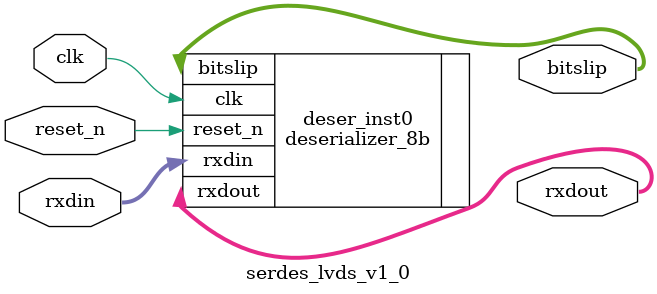
<source format=v>

`timescale 1 ns / 1 ps

	module serdes_lvds_v1_0 
	(
	   input clk, 
	   input reset_n,
       input  [39:0] rxdin,
	   output [39:0] rxdout,
	   output [4:0] bitslip
	   
	);  

    deserializer_8b deser_inst0(
        .clk(clk),
        .reset_n(reset_n),
        .rxdin(rxdin),
        .rxdout(rxdout),
        .bitslip(bitslip)
    );     
      

	endmodule

</source>
